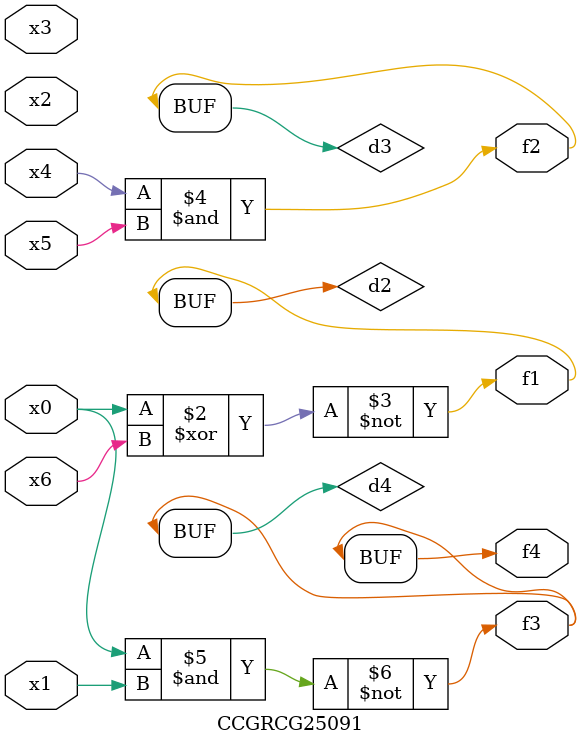
<source format=v>
module CCGRCG25091(
	input x0, x1, x2, x3, x4, x5, x6,
	output f1, f2, f3, f4
);

	wire d1, d2, d3, d4;

	nor (d1, x0);
	xnor (d2, x0, x6);
	and (d3, x4, x5);
	nand (d4, x0, x1);
	assign f1 = d2;
	assign f2 = d3;
	assign f3 = d4;
	assign f4 = d4;
endmodule

</source>
